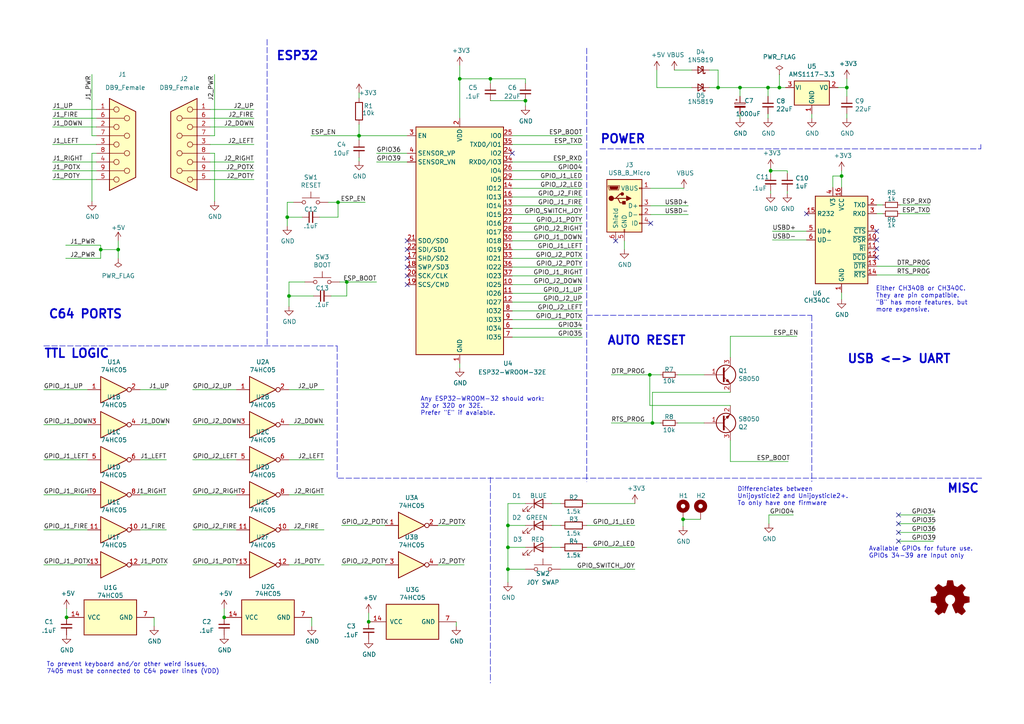
<source format=kicad_sch>
(kicad_sch (version 20211123) (generator eeschema)
  (paper "A4")
  (title_block (title "Unijoysticle 2+") (date "2022-01-02") (rev "H") (company "Retro Moe"))
  (lib_symbols
    (symbol "74xx:74LS05" (pin_names (offset 1.016))
      (property "Reference" "U" (at 0 1.27 0))
      (property "Value" "74LS05" (at 0 -1.27 0))
      (symbol "74LS05_1_0"
        (pin input line (at -7.62 0 0) (length 3.81) (name "~") (number "1"))
        (pin open_collector inverted (at 7.62 0 180) (length 3.81) (name "~") (number "2"))
      )
      (symbol "74LS05_2_0"
        (pin input line (at -7.62 0 0) (length 3.81) (name "~") (number "3"))
        (pin open_collector inverted (at 7.62 0 180) (length 3.81) (name "~") (number "4"))
      )
      (symbol "74LS05_3_0"
        (pin input line (at -7.62 0 0) (length 3.81) (name "~") (number "5"))
        (pin open_collector inverted (at 7.62 0 180) (length 3.81) (name "~") (number "6"))
      )
      (symbol "74LS05_4_0"
        (pin open_collector inverted (at 7.62 0 180) (length 3.81) (name "~") (number "8"))
        (pin input line (at -7.62 0 0) (length 3.81) (name "~") (number "9"))
      )
      (symbol "74LS05_5_0"
        (pin open_collector inverted (at 7.62 0 180) (length 3.81) (name "~") (number "10"))
        (pin input line (at -7.62 0 0) (length 3.81) (name "~") (number "11"))
      )
      (symbol "74LS05_6_0"
        (pin open_collector inverted (at 7.62 0 180) (length 3.81) (name "~") (number "12"))
        (pin input line (at -7.62 0 0) (length 3.81) (name "~") (number "13"))
      )
      (symbol "74LS05_7_0"
        (pin power_in line (at 0 12.7 270) (length 5.08) (name "VCC") (number "14"))
        (pin power_in line (at 0 -12.7 90) (length 5.08) (name "GND") (number "7"))
      )
    )
    (symbol "Connector:DB9_Female" (pin_names (offset 1.016) hide)
      (property "Reference" "J" (at 0 13.97 0))
      (property "Value" "DB9_Female" (at 0 -14.605 0))
      (symbol "DB9_Female_1_1"
        (pin passive line (at -7.62 10.16 0) (length 3.81) (name "1") (number "1"))
        (pin passive line (at -7.62 5.08 0) (length 3.81) (name "2") (number "2"))
        (pin passive line (at -7.62 0 0) (length 3.81) (name "3") (number "3"))
        (pin passive line (at -7.62 -5.08 0) (length 3.81) (name "4") (number "4"))
        (pin passive line (at -7.62 -10.16 0) (length 3.81) (name "5") (number "5"))
        (pin passive line (at -7.62 7.62 0) (length 3.81) (name "6") (number "6"))
        (pin passive line (at -7.62 2.54 0) (length 3.81) (name "7") (number "7"))
        (pin passive line (at -7.62 -2.54 0) (length 3.81) (name "8") (number "8"))
        (pin passive line (at -7.62 -7.62 0) (length 3.81) (name "9") (number "9"))
      )
    )
    (symbol "Connector:USB_B_Micro" (pin_names (offset 1.016))
      (property "Reference" "J" (at -5.08 11.43 0))
      (property "Value" "USB_B_Micro" (at -5.08 8.89 0))
      (symbol "USB_B_Micro_1_1"
        (pin power_out line (at 7.62 5.08 180) (length 2.54) (name "VBUS") (number "1"))
        (pin bidirectional line (at 7.62 -2.54 180) (length 2.54) (name "D-") (number "2"))
        (pin bidirectional line (at 7.62 0 180) (length 2.54) (name "D+") (number "3"))
        (pin passive line (at 7.62 -5.08 180) (length 2.54) (name "ID") (number "4"))
        (pin power_out line (at 0 -10.16 90) (length 2.54) (name "GND") (number "5"))
        (pin passive line (at -2.54 -10.16 90) (length 2.54) (name "Shield") (number "6"))
      )
    )
    (symbol "Device:C_Polarized_Small" (pin_numbers hide) (pin_names (offset 0.254) hide)
      (property "Reference" "C" (at 0.254 1.778 0))
      (property "Value" "C_Polarized_Small" (at 0.254 -2.032 0))
      (symbol "C_Polarized_Small_1_1"
        (pin passive line (at 0 2.54 270) (length 1.8542) (name "~") (number "1"))
        (pin passive line (at 0 -2.54 90) (length 1.8542) (name "~") (number "2"))
      )
    )
    (symbol "Device:C_Small" (pin_numbers hide) (pin_names (offset 0.254) hide)
      (property "Reference" "C" (at 0.254 1.778 0))
      (property "Value" "C_Small" (at 0.254 -2.032 0))
      (symbol "C_Small_1_1"
        (pin passive line (at 0 2.54 270) (length 2.032) (name "~") (number "1"))
        (pin passive line (at 0 -2.54 90) (length 2.032) (name "~") (number "2"))
      )
    )
    (symbol "Device:D_Schottky_Small" (pin_numbers hide) (pin_names (offset 0.254) hide)
      (property "Reference" "D" (at -1.27 2.032 0))
      (property "Value" "D_Schottky_Small" (at -7.112 -2.032 0))
      (symbol "D_Schottky_Small_1_1"
        (pin passive line (at -2.54 0 0) (length 1.778) (name "K") (number "1"))
        (pin passive line (at 2.54 0 180) (length 1.778) (name "A") (number "2"))
      )
    )
    (symbol "Device:LED" (pin_numbers hide) (pin_names (offset 1.016) hide)
      (property "Reference" "D" (at 0 2.54 0))
      (property "Value" "LED" (at 0 -2.54 0))
      (symbol "LED_1_1"
        (pin passive line (at -3.81 0 0) (length 2.54) (name "K") (number "1"))
        (pin passive line (at 3.81 0 180) (length 2.54) (name "A") (number "2"))
      )
    )
    (symbol "Device:Q_NPN_BEC" (pin_names (offset 0) hide)
      (property "Reference" "Q" (at 5.08 1.27 0))
      (property "Value" "Q_NPN_BEC" (at 5.08 -1.27 0))
      (symbol "Q_NPN_BEC_1_1"
        (pin input line (at -5.08 0 0) (length 5.715) (name "B") (number "1"))
        (pin passive line (at 2.54 -5.08 90) (length 2.54) (name "E") (number "2"))
        (pin passive line (at 2.54 5.08 270) (length 2.54) (name "C") (number "3"))
      )
    )
    (symbol "Device:R" (pin_numbers hide) (pin_names (offset 0))
      (property "Reference" "R" (at 2.032 0 90))
      (property "Value" "R" (at 0 0 90))
      (symbol "R_1_1"
        (pin passive line (at 0 3.81 270) (length 1.27) (name "~") (number "1"))
        (pin passive line (at 0 -3.81 90) (length 1.27) (name "~") (number "2"))
      )
    )
    (symbol "Device:R_Small" (pin_numbers hide) (pin_names (offset 0.254) hide)
      (property "Reference" "R" (at 0.762 0.508 0))
      (property "Value" "R_Small" (at 0.762 -1.016 0))
      (symbol "R_Small_1_1"
        (pin passive line (at 0 2.54 270) (length 0.762) (name "~") (number "1"))
        (pin passive line (at 0 -2.54 90) (length 0.762) (name "~") (number "2"))
      )
    )
    (symbol "Graphic:Logo_Open_Hardware_Small" (pin_names (offset 1.016)))
    (symbol "Interface_USB:CH340C"
      (property "Reference" "U" (at -5.08 13.97 0))
      (property "Value" "CH340C" (at 1.27 13.97 0))
      (symbol "CH340C_1_1"
        (pin power_in line (at 0 -15.24 90) (length 2.54) (name "GND") (number "1"))
        (pin input line (at 10.16 0 180) (length 2.54) (name "~{DSR}") (number "10"))
        (pin input line (at 10.16 -2.54 180) (length 2.54) (name "~{RI}") (number "11"))
        (pin input line (at 10.16 -5.08 180) (length 2.54) (name "~{DCD}") (number "12"))
        (pin output line (at 10.16 -7.62 180) (length 2.54) (name "~{DTR}") (number "13"))
        (pin output line (at 10.16 -10.16 180) (length 2.54) (name "~{RTS}") (number "14"))
        (pin input line (at -10.16 7.62 0) (length 2.54) (name "R232") (number "15"))
        (pin power_in line (at 0 15.24 270) (length 2.54) (name "VCC") (number "16"))
        (pin output line (at 10.16 10.16 180) (length 2.54) (name "TXD") (number "2"))
        (pin input line (at 10.16 7.62 180) (length 2.54) (name "RXD") (number "3"))
        (pin passive line (at -2.54 15.24 270) (length 2.54) (name "V3") (number "4"))
        (pin bidirectional line (at -10.16 2.54 0) (length 2.54) (name "UD+") (number "5"))
        (pin bidirectional line (at -10.16 0 0) (length 2.54) (name "UD-") (number "6"))
        (pin no_connect line (at -7.62 -7.62 0) (length 2.54) hide (name "NC") (number "7"))
        (pin no_connect line (at -7.62 -10.16 0) (length 2.54) hide (name "NC") (number "8"))
        (pin input line (at 10.16 2.54 180) (length 2.54) (name "~{CTS}") (number "9"))
      )
    )
    (symbol "Mechanical:MountingHole_Pad" (pin_numbers hide) (pin_names (offset 1.016) hide)
      (property "Reference" "H" (at 0 6.35 0))
      (property "Value" "MountingHole_Pad" (at 0 4.445 0))
      (symbol "MountingHole_Pad_1_1"
        (pin input line (at 0 -2.54 90) (length 2.54) (name "1") (number "1"))
      )
    )
    (symbol "RF_Module:ESP32-WROOM-32D"
      (property "Reference" "U" (at -12.7 34.29 0))
      (property "Value" "ESP32-WROOM-32D" (at 1.27 34.29 0))
      (symbol "ESP32-WROOM-32D_1_1"
        (pin power_in line (at 0 -35.56 90) (length 2.54) (name "GND") (number "1"))
        (pin bidirectional line (at 15.24 -12.7 180) (length 2.54) (name "IO25") (number "10"))
        (pin bidirectional line (at 15.24 -15.24 180) (length 2.54) (name "IO26") (number "11"))
        (pin bidirectional line (at 15.24 -17.78 180) (length 2.54) (name "IO27") (number "12"))
        (pin bidirectional line (at 15.24 10.16 180) (length 2.54) (name "IO14") (number "13"))
        (pin bidirectional line (at 15.24 15.24 180) (length 2.54) (name "IO12") (number "14"))
        (pin passive line (at 0 -35.56 90) (length 2.54) hide (name "GND") (number "15"))
        (pin bidirectional line (at 15.24 12.7 180) (length 2.54) (name "IO13") (number "16"))
        (pin bidirectional line (at -15.24 -5.08 0) (length 2.54) (name "SHD/SD2") (number "17"))
        (pin bidirectional line (at -15.24 -7.62 0) (length 2.54) (name "SWP/SD3") (number "18"))
        (pin bidirectional line (at -15.24 -12.7 0) (length 2.54) (name "SCS/CMD") (number "19"))
        (pin power_in line (at 0 35.56 270) (length 2.54) (name "VDD") (number "2"))
        (pin bidirectional line (at -15.24 -10.16 0) (length 2.54) (name "SCK/CLK") (number "20"))
        (pin bidirectional line (at -15.24 0 0) (length 2.54) (name "SDO/SD0") (number "21"))
        (pin bidirectional line (at -15.24 -2.54 0) (length 2.54) (name "SDI/SD1") (number "22"))
        (pin bidirectional line (at 15.24 7.62 180) (length 2.54) (name "IO15") (number "23"))
        (pin bidirectional line (at 15.24 25.4 180) (length 2.54) (name "IO2") (number "24"))
        (pin bidirectional line (at 15.24 30.48 180) (length 2.54) (name "IO0") (number "25"))
        (pin bidirectional line (at 15.24 20.32 180) (length 2.54) (name "IO4") (number "26"))
        (pin bidirectional line (at 15.24 5.08 180) (length 2.54) (name "IO16") (number "27"))
        (pin bidirectional line (at 15.24 2.54 180) (length 2.54) (name "IO17") (number "28"))
        (pin bidirectional line (at 15.24 17.78 180) (length 2.54) (name "IO5") (number "29"))
        (pin input line (at -15.24 30.48 0) (length 2.54) (name "EN") (number "3"))
        (pin bidirectional line (at 15.24 0 180) (length 2.54) (name "IO18") (number "30"))
        (pin bidirectional line (at 15.24 -2.54 180) (length 2.54) (name "IO19") (number "31"))
        (pin no_connect line (at -12.7 -27.94 0) (length 2.54) hide (name "NC") (number "32"))
        (pin bidirectional line (at 15.24 -5.08 180) (length 2.54) (name "IO21") (number "33"))
        (pin bidirectional line (at 15.24 22.86 180) (length 2.54) (name "RXD0/IO3") (number "34"))
        (pin bidirectional line (at 15.24 27.94 180) (length 2.54) (name "TXD0/IO1") (number "35"))
        (pin bidirectional line (at 15.24 -7.62 180) (length 2.54) (name "IO22") (number "36"))
        (pin bidirectional line (at 15.24 -10.16 180) (length 2.54) (name "IO23") (number "37"))
        (pin passive line (at 0 -35.56 90) (length 2.54) hide (name "GND") (number "38"))
        (pin passive line (at 0 -35.56 90) (length 2.54) hide (name "GND") (number "39"))
        (pin input line (at -15.24 25.4 0) (length 2.54) (name "SENSOR_VP") (number "4"))
        (pin input line (at -15.24 22.86 0) (length 2.54) (name "SENSOR_VN") (number "5"))
        (pin input line (at 15.24 -25.4 180) (length 2.54) (name "IO34") (number "6"))
        (pin input line (at 15.24 -27.94 180) (length 2.54) (name "IO35") (number "7"))
        (pin bidirectional line (at 15.24 -20.32 180) (length 2.54) (name "IO32") (number "8"))
        (pin bidirectional line (at 15.24 -22.86 180) (length 2.54) (name "IO33") (number "9"))
      )
    )
    (symbol "Regulator_Linear:AMS1117-3.3" (pin_names (offset 0.254))
      (property "Reference" "U" (at -3.81 3.175 0))
      (property "Value" "AMS1117-3.3" (at 0 3.175 0))
      (symbol "AMS1117-3.3_1_1"
        (pin power_in line (at 0 -7.62 90) (length 2.54) (name "GND") (number "1"))
        (pin power_out line (at 7.62 0 180) (length 2.54) (name "VO") (number "2"))
        (pin power_in line (at -7.62 0 0) (length 2.54) (name "VI") (number "3"))
      )
    )
    (symbol "Switch:SW_Push" (pin_numbers hide) (pin_names (offset 1.016) hide)
      (property "Reference" "SW" (at 1.27 2.54 0))
      (property "Value" "SW_Push" (at 0 -1.524 0))
      (symbol "SW_Push_0_1"
        (pin passive line (at -5.08 0 0) (length 2.54) (name "1") (number "1"))
        (pin passive line (at 5.08 0 180) (length 2.54) (name "2") (number "2"))
      )
    )
    (symbol "power:+3V3" (power) (pin_names (offset 0))
      (property "Value" "+3V3" (at 0 3.556 0))
      (symbol "+3V3_1_1"
        (pin power_in line (at 0 0 90) (length 0) hide (name "+3V3") (number "1"))
      )
    )
    (symbol "power:+5V" (power) (pin_names (offset 0))
      (property "Value" "+5V" (at 0 3.556 0))
      (symbol "+5V_1_1"
        (pin power_in line (at 0 0 90) (length 0) hide (name "+5V") (number "1"))
      )
    )
    (symbol "power:GND" (power) (pin_names (offset 0))
      (property "Value" "GND" (at 0 -3.81 0))
      (symbol "GND_1_1"
        (pin power_in line (at 0 0 270) (length 0) hide (name "GND") (number "1"))
      )
    )
    (symbol "power:PWR_FLAG" (power) (pin_numbers hide) (pin_names (offset 0) hide)
      (property "Value" "PWR_FLAG" (at 0 3.81 0))
      (symbol "PWR_FLAG_0_0"
        (pin power_out line (at 0 0 90) (length 0) (name "pwr") (number "1"))
      )
    )
    (symbol "power:VBUS" (power) (pin_names (offset 0))
      (property "Value" "VBUS" (at 0 3.81 0))
      (symbol "VBUS_1_1"
        (pin power_in line (at 0 0 90) (length 0) hide (name "VBUS") (number "1"))
      )
    )
  )
  (junction (at 214.63 25.4))
  (junction (at 98.044 58.674))
  (junction (at 245.618 25.4))
  (junction (at 104.14 39.37))
  (junction (at 147.32 158.75))
  (junction (at 198.12 150.622))
  (junction (at 83.82 85.852))
  (junction (at 19.304 179.07))
  (junction (at 65.024 179.07))
  (junction (at 133.35 22.86))
  (junction (at 29.21 72.39))
  (junction (at 34.29 72.39))
  (junction (at 147.32 152.4))
  (junction (at 208.28 25.4))
  (junction (at 106.934 180.34))
  (junction (at 152.4 29.21))
  (junction (at 244.094 51.054))
  (junction (at 223.52 49.53))
  (junction (at 188.468 108.712))
  (junction (at 83.312 62.992))
  (junction (at 222.758 25.4))
  (junction (at 147.32 165.1))
  (junction (at 189.23 122.682))
  (junction (at 226.06 25.4))
  (junction (at 142.24 22.86))
  (junction (at 100.584 81.788))
  (no_connect (at 260.604 156.972))
  (no_connect (at 118.11 80.01))
  (no_connect (at 260.604 154.432))
  (no_connect (at 118.11 77.47))
  (no_connect (at 254.254 74.676))
  (no_connect (at 254.254 69.596))
  (no_connect (at 118.11 82.55))
  (no_connect (at 118.11 69.85))
  (no_connect (at 188.722 64.77))
  (no_connect (at 118.11 74.93))
  (no_connect (at 260.604 149.352))
  (no_connect (at 254.254 67.056))
  (no_connect (at 233.934 61.976))
  (no_connect (at 118.11 72.39))
  (no_connect (at 254.254 72.136))
  (no_connect (at 260.604 151.892))
  (no_connect (at 148.59 44.45))
  (no_connect (at 178.562 69.85))
  (wire (pts (xy 104.14 39.37) (xy 90.17 39.37)))
  (wire (pts (xy 104.14 39.37) (xy 104.14 40.64)))
  (wire (pts (xy 235.458 33.02) (xy 235.458 34.29)))
  (wire (pts (xy 27.94 36.83) (xy 15.24 36.83)))
  (wire (pts (xy 211.836 127.762) (xy 211.836 133.858)))
  (wire (pts (xy 60.96 52.07) (xy 73.66 52.07)))
  (wire (pts (xy 233.934 69.596) (xy 224.028 69.596)))
  (wire (pts (xy 83.82 133.35) (xy 93.98 133.35)))
  (wire (pts (xy 196.596 108.712) (xy 204.216 108.712)))
  (wire (pts (xy 190.5 25.4) (xy 190.5 20.32)))
  (wire (pts (xy 98.044 62.992) (xy 92.71 62.992)))
  (wire (pts (xy 100.584 81.788) (xy 109.22 81.788)))
  (wire (pts (xy 104.14 28.448) (xy 104.14 26.924)))
  (wire (pts (xy 148.59 54.61) (xy 168.91 54.61)))
  (wire (pts (xy 188.468 108.712) (xy 191.516 108.712)))
  (wire (pts (xy 147.32 152.4) (xy 147.32 158.75)))
  (wire (pts (xy 148.59 77.47) (xy 168.91 77.47)))
  (wire (pts (xy 142.24 29.21) (xy 152.4 29.21)))
  (wire (pts (xy 148.59 46.99) (xy 168.91 46.99)))
  (wire (pts (xy 148.59 97.79) (xy 168.91 97.79)))
  (wire (pts (xy 148.59 62.23) (xy 168.91 62.23)))
  (wire (pts (xy 27.94 31.75) (xy 15.24 31.75)))
  (wire (pts (xy 148.59 49.53) (xy 168.91 49.53)))
  (wire (pts (xy 147.32 158.75) (xy 147.32 165.1)))
  (wire (pts (xy 245.618 33.02) (xy 245.618 34.29)))
  (wire (pts (xy 222.758 25.4) (xy 226.06 25.4)))
  (wire (pts (xy 104.14 39.37) (xy 118.11 39.37)))
  (wire (pts (xy 214.63 33.02) (xy 214.63 34.29)))
  (wire (pts (xy 60.96 39.37) (xy 62.23 39.37)))
  (wire (pts (xy 29.21 72.39) (xy 29.21 74.93)))
  (wire (pts (xy 118.11 44.45) (xy 109.22 44.45)))
  (wire (pts (xy 60.96 31.75) (xy 73.66 31.75)))
  (wire (pts (xy 181.102 69.85) (xy 181.102 72.39)))
  (wire (pts (xy 233.934 67.056) (xy 224.028 67.056)))
  (wire (pts (xy 152.4 152.4) (xy 147.32 152.4)))
  (wire (pts (xy 160.02 152.4) (xy 162.56 152.4)))
  (wire (pts (xy 40.64 143.51) (xy 48.26 143.51)))
  (wire (pts (xy 170.18 152.4) (xy 184.15 152.4)))
  (wire (pts (xy 148.59 64.77) (xy 168.91 64.77)))
  (wire (pts (xy 214.63 25.4) (xy 214.63 27.94)))
  (wire (pts (xy 260.604 156.972) (xy 270.764 156.972)))
  (wire (pts (xy 148.59 72.39) (xy 168.91 72.39)))
  (polyline (pts (xy 77.47 11.43) (xy 77.47 100.33)))
  (wire (pts (xy 245.618 25.4) (xy 245.618 27.94)))
  (wire (pts (xy 260.604 149.352) (xy 270.764 149.352)))
  (wire (pts (xy 25.4 113.03) (xy 12.7 113.03)))
  (wire (pts (xy 170.18 146.05) (xy 184.15 146.05)))
  (wire (pts (xy 148.59 80.01) (xy 168.91 80.01)))
  (wire (pts (xy 106.934 180.34) (xy 106.934 177.8)))
  (wire (pts (xy 62.23 44.45) (xy 62.23 58.42)))
  (wire (pts (xy 27.94 52.07) (xy 15.24 52.07)))
  (wire (pts (xy 189.23 122.682) (xy 189.23 113.792)))
  (wire (pts (xy 222.758 27.94) (xy 222.758 25.4)))
  (wire (pts (xy 142.24 24.13) (xy 142.24 22.86)))
  (wire (pts (xy 147.32 158.75) (xy 152.4 158.75)))
  (wire (pts (xy 245.618 25.4) (xy 243.078 25.4)))
  (wire (pts (xy 260.604 151.892) (xy 270.764 151.892)))
  (wire (pts (xy 148.59 95.25) (xy 168.91 95.25)))
  (wire (pts (xy 68.58 133.35) (xy 55.88 133.35)))
  (wire (pts (xy 148.59 67.31) (xy 168.91 67.31)))
  (wire (pts (xy 65.024 179.07) (xy 65.024 176.53)))
  (wire (pts (xy 160.02 146.05) (xy 162.56 146.05)))
  (wire (pts (xy 188.468 108.712) (xy 188.468 117.602)))
  (wire (pts (xy 87.63 62.992) (xy 83.312 62.992)))
  (wire (pts (xy 83.82 113.03) (xy 93.98 113.03)))
  (wire (pts (xy 147.32 165.1) (xy 147.32 168.91)))
  (wire (pts (xy 19.304 179.07) (xy 19.304 176.53)))
  (polyline (pts (xy 98.044 138.684) (xy 284.734 138.684)))
  (wire (pts (xy 223.012 149.352) (xy 230.124 149.352)))
  (wire (pts (xy 83.312 58.674) (xy 83.312 62.992)))
  (wire (pts (xy 188.722 54.61) (xy 198.374 54.61)))
  (wire (pts (xy 95.25 58.674) (xy 98.044 58.674)))
  (wire (pts (xy 188.722 62.23) (xy 199.644 62.23)))
  (wire (pts (xy 100.584 85.852) (xy 96.012 85.852)))
  (wire (pts (xy 132.334 180.34) (xy 132.334 181.61)))
  (wire (pts (xy 90.424 179.07) (xy 90.424 181.61)))
  (wire (pts (xy 223.52 49.53) (xy 228.346 49.53)))
  (wire (pts (xy 254.254 61.976) (xy 256.032 61.976)))
  (wire (pts (xy 12.7 163.83) (xy 25.4 163.83)))
  (wire (pts (xy 188.722 59.69) (xy 199.644 59.69)))
  (wire (pts (xy 222.758 33.02) (xy 222.758 34.29)))
  (wire (pts (xy 26.67 21.59) (xy 26.67 39.37)))
  (wire (pts (xy 83.82 81.788) (xy 83.82 85.852)))
  (wire (pts (xy 148.59 57.15) (xy 168.91 57.15)))
  (wire (pts (xy 208.28 20.32) (xy 208.28 25.4)))
  (polyline (pts (xy 170.18 91.44) (xy 235.458 91.44)))
  (wire (pts (xy 177.292 122.682) (xy 189.23 122.682)))
  (wire (pts (xy 148.59 39.37) (xy 168.91 39.37)))
  (wire (pts (xy 85.09 58.674) (xy 83.312 58.674)))
  (wire (pts (xy 83.312 62.992) (xy 83.312 65.532)))
  (wire (pts (xy 148.59 52.07) (xy 168.91 52.07)))
  (wire (pts (xy 83.82 153.67) (xy 93.98 153.67)))
  (wire (pts (xy 211.836 133.858) (xy 228.6 133.858)))
  (wire (pts (xy 99.06 163.83) (xy 111.76 163.83)))
  (wire (pts (xy 228.346 49.53) (xy 228.346 50.292)))
  (wire (pts (xy 148.59 59.69) (xy 168.91 59.69)))
  (wire (pts (xy 211.836 97.536) (xy 231.14 97.536)))
  (wire (pts (xy 198.12 150.622) (xy 198.12 152.654)))
  (wire (pts (xy 25.4 123.19) (xy 12.7 123.19)))
  (wire (pts (xy 196.596 122.682) (xy 204.216 122.682)))
  (wire (pts (xy 68.58 153.67) (xy 55.88 153.67)))
  (wire (pts (xy 118.11 46.99) (xy 109.22 46.99)))
  (wire (pts (xy 208.28 25.4) (xy 214.63 25.4)))
  (wire (pts (xy 127 163.83) (xy 134.62 163.83)))
  (wire (pts (xy 203.2 150.622) (xy 198.12 150.622)))
  (wire (pts (xy 68.58 113.03) (xy 55.88 113.03)))
  (wire (pts (xy 261.112 59.436) (xy 269.748 59.436)))
  (wire (pts (xy 160.02 158.75) (xy 162.56 158.75)))
  (wire (pts (xy 62.23 21.59) (xy 62.23 39.37)))
  (wire (pts (xy 34.29 69.85) (xy 34.29 72.39)))
  (wire (pts (xy 26.67 44.45) (xy 26.67 58.42)))
  (wire (pts (xy 98.044 58.674) (xy 98.044 62.992)))
  (wire (pts (xy 261.112 61.976) (xy 269.748 61.976)))
  (wire (pts (xy 254.254 79.756) (xy 269.24 79.756)))
  (wire (pts (xy 133.35 105.41) (xy 133.35 106.68)))
  (polyline (pts (xy 97.79 100.33) (xy 97.79 138.43)))
  (wire (pts (xy 104.14 45.72) (xy 104.14 46.736)))
  (wire (pts (xy 25.4 143.51) (xy 12.7 143.51)))
  (wire (pts (xy 19.05 71.12) (xy 29.21 71.12)))
  (wire (pts (xy 27.94 41.91) (xy 15.24 41.91)))
  (wire (pts (xy 162.56 165.1) (xy 184.15 165.1)))
  (wire (pts (xy 83.82 123.19) (xy 93.98 123.19)))
  (wire (pts (xy 245.618 22.86) (xy 245.618 25.4)))
  (wire (pts (xy 223.012 149.352) (xy 223.012 151.892)))
  (wire (pts (xy 244.094 51.054) (xy 244.094 49.53)))
  (wire (pts (xy 111.76 152.4) (xy 99.06 152.4)))
  (wire (pts (xy 152.4 24.13) (xy 152.4 22.86)))
  (wire (pts (xy 60.96 41.91) (xy 73.66 41.91)))
  (wire (pts (xy 133.35 22.86) (xy 133.35 34.29)))
  (wire (pts (xy 244.094 51.054) (xy 244.094 54.356)))
  (wire (pts (xy 211.836 103.632) (xy 211.836 97.536)))
  (wire (pts (xy 260.604 154.432) (xy 270.764 154.432)))
  (wire (pts (xy 223.52 56.134) (xy 223.52 55.372)))
  (wire (pts (xy 40.64 133.35) (xy 48.26 133.35)))
  (wire (pts (xy 189.23 122.682) (xy 191.516 122.682)))
  (wire (pts (xy 68.58 143.51) (xy 55.88 143.51)))
  (wire (pts (xy 29.21 72.39) (xy 34.29 72.39)))
  (wire (pts (xy 40.64 123.19) (xy 48.26 123.19)))
  (wire (pts (xy 88.392 81.788) (xy 83.82 81.788)))
  (wire (pts (xy 60.96 49.53) (xy 73.66 49.53)))
  (wire (pts (xy 19.05 74.93) (xy 29.21 74.93)))
  (wire (pts (xy 214.63 25.4) (xy 222.758 25.4)))
  (wire (pts (xy 223.52 48.768) (xy 223.52 49.53)))
  (wire (pts (xy 190.5 25.4) (xy 200.66 25.4)))
  (wire (pts (xy 147.32 146.05) (xy 147.32 152.4)))
  (wire (pts (xy 60.96 36.83) (xy 73.66 36.83)))
  (wire (pts (xy 148.59 41.91) (xy 168.91 41.91)))
  (wire (pts (xy 60.96 44.45) (xy 62.23 44.45)))
  (wire (pts (xy 152.4 146.05) (xy 147.32 146.05)))
  (wire (pts (xy 254.254 59.436) (xy 256.032 59.436)))
  (wire (pts (xy 83.82 163.83) (xy 93.98 163.83)))
  (wire (pts (xy 205.74 25.4) (xy 208.28 25.4)))
  (wire (pts (xy 148.59 82.55) (xy 168.91 82.55)))
  (wire (pts (xy 40.64 163.83) (xy 48.26 163.83)))
  (wire (pts (xy 189.23 113.792) (xy 211.836 113.792)))
  (wire (pts (xy 104.14 36.068) (xy 104.14 39.37)))
  (wire (pts (xy 200.66 20.32) (xy 195.58 20.32)))
  (wire (pts (xy 34.29 72.39) (xy 34.29 74.93)))
  (wire (pts (xy 60.96 34.29) (xy 73.66 34.29)))
  (wire (pts (xy 44.704 179.07) (xy 44.704 181.61)))
  (wire (pts (xy 254.254 77.216) (xy 269.24 77.216)))
  (wire (pts (xy 25.4 153.67) (xy 12.7 153.67)))
  (wire (pts (xy 83.82 85.852) (xy 83.82 88.9)))
  (wire (pts (xy 40.64 153.67) (xy 48.26 153.67)))
  (wire (pts (xy 244.094 84.836) (xy 244.094 86.868)))
  (wire (pts (xy 148.59 87.63) (xy 168.91 87.63)))
  (polyline (pts (xy 284.48 43.18) (xy 284.48 41.91)))
  (polyline (pts (xy 142.24 138.43) (xy 142.24 198.12)))
  (wire (pts (xy 68.58 123.19) (xy 55.88 123.19)))
  (polyline (pts (xy 12.7 100.33) (xy 97.79 100.33)))
  (wire (pts (xy 127 152.4) (xy 134.62 152.4)))
  (wire (pts (xy 98.552 81.788) (xy 100.584 81.788)))
  (wire (pts (xy 133.35 22.86) (xy 142.24 22.86)))
  (wire (pts (xy 142.24 22.86) (xy 152.4 22.86)))
  (wire (pts (xy 228.346 55.372) (xy 228.346 56.134)))
  (wire (pts (xy 226.06 25.4) (xy 227.838 25.4)))
  (wire (pts (xy 133.35 19.05) (xy 133.35 22.86)))
  (wire (pts (xy 27.94 49.53) (xy 15.24 49.53)))
  (wire (pts (xy 148.59 69.85) (xy 168.91 69.85)))
  (wire (pts (xy 90.932 85.852) (xy 83.82 85.852)))
  (wire (pts (xy 147.32 165.1) (xy 152.4 165.1)))
  (wire (pts (xy 170.18 158.75) (xy 184.15 158.75)))
  (polyline (pts (xy 235.458 91.44) (xy 235.458 139.7)))
  (wire (pts (xy 27.94 39.37) (xy 26.67 39.37)))
  (wire (pts (xy 27.94 46.99) (xy 15.24 46.99)))
  (wire (pts (xy 177.292 108.712) (xy 188.468 108.712)))
  (wire (pts (xy 27.94 34.29) (xy 15.24 34.29)))
  (wire (pts (xy 241.554 54.356) (xy 241.554 51.054)))
  (polyline (pts (xy 170.18 13.97) (xy 170.18 139.7)))
  (wire (pts (xy 60.96 46.99) (xy 73.66 46.99)))
  (wire (pts (xy 223.52 49.53) (xy 223.52 50.292)))
  (wire (pts (xy 29.21 71.12) (xy 29.21 72.39)))
  (wire (pts (xy 148.59 90.17) (xy 168.91 90.17)))
  (wire (pts (xy 148.59 85.09) (xy 168.91 85.09)))
  (wire (pts (xy 241.554 51.054) (xy 244.094 51.054)))
  (wire (pts (xy 205.74 20.32) (xy 208.28 20.32)))
  (wire (pts (xy 55.88 163.83) (xy 68.58 163.83)))
  (wire (pts (xy 226.06 21.59) (xy 226.06 25.4)))
  (polyline (pts (xy 173.99 43.18) (xy 284.48 43.18)))
  (wire (pts (xy 148.59 92.71) (xy 168.91 92.71)))
  (wire (pts (xy 211.836 117.602) (xy 188.468 117.602)))
  (wire (pts (xy 27.94 44.45) (xy 26.67 44.45)))
  (wire (pts (xy 40.64 113.03) (xy 48.26 113.03)))
  (wire (pts (xy 25.4 133.35) (xy 12.7 133.35)))
  (wire (pts (xy 98.044 58.674) (xy 105.918 58.674)))
  (wire (pts (xy 152.4 29.21) (xy 152.4 30.734)))
  (wire (pts (xy 83.82 143.51) (xy 93.98 143.51)))
  (wire (pts (xy 148.59 74.93) (xy 168.91 74.93)))
  (wire (pts (xy 100.584 81.788) (xy 100.584 85.852)))
  (text "ESP32" (at 80.01 17.78 0) (effects (font (size 2.4892 2.4892) (thickness 0.4978) bold) (justify left bottom)))
  (text "Either CH340B or CH340C.\nThey are pin compatible.\n\"B\" has more features, but\nmore expensive." (at 254 90.678 0) (effects (font (size 1.27 1.27)) (justify left bottom)))
  (text "MISC" (at 274.574 143.256 0) (effects (font (size 2.4892 2.4892) (thickness 0.4978) bold) (justify left bottom)))
  (text "Any ESP32-WROOM-32 should work:\n32 or 32D or 32E.\nPrefer \"E\" if avaiable." (at 121.92 120.65 0) (effects (font (size 1.27 1.27)) (justify left bottom)))
  (text "To prevent keyboard and/or other weird issues,\n7405 must be connected to C64 power lines (VDD)" (at 13.462 195.58 0) (effects (font (size 1.27 1.27)) (justify left bottom)))
  (text "C64 PORTS" (at 13.97 92.71 0) (effects (font (size 2.4892 2.4892) (thickness 0.4978) bold) (justify left bottom)))
  (text "Differenciates between\nUnijoysticle2 and Unijoysticle2+.\nTo only have one firmware" (at 213.868 146.812 0) (effects (font (size 1.27 1.27)) (justify left bottom)))
  (text "TTL LOGIC" (at 12.7 104.14 0) (effects (font (size 2.4892 2.4892) (thickness 0.4978) bold) (justify left bottom)))
  (text "USB <-> UART" (at 245.618 105.664 0) (effects (font (size 2.4892 2.4892) (thickness 0.4978) bold) (justify left bottom)))
  (text "AUTO RESET" (at 176.022 100.33 0) (effects (font (size 2.4892 2.4892) (thickness 0.4978) bold) (justify left bottom)))
  (text "Available GPIOs for future use.\nGPIOs 34-39 are Input only" (at 251.968 162.052 0) (effects (font (size 1.27 1.27)) (justify left bottom)))
  (text "POWER" (at 173.99 41.91 0) (effects (font (size 2.4892 2.4892) (thickness 0.4978) bold) (justify left bottom)))
  (label "GPIO_J2_DOWN" (at 55.88 123.19 0))
  (label "GPIO_J1_DOWN" (at 168.91 69.85 180))
  (label "DTR_PROG" (at 177.292 108.712 0))
  (label "J2_UP" (at 86.36 113.03 0))
  (label "ESP_BOOT" (at 109.22 81.788 180))
  (label "ESP_TXD" (at 261.62 61.976 0))
  (label "GPIO_J1_LEFT" (at 168.91 72.39 180))
  (label "GPIO_J2_UP" (at 55.88 113.03 0))
  (label "GPIO_J2_UP" (at 168.91 87.63 180))
  (label "GPIO_J1_UP" (at 168.91 85.09 180))
  (label "ESP_RXD" (at 261.62 59.436 0))
  (label "J2_POTY" (at 73.66 52.07 180))
  (label "RTS_PROG" (at 260.096 79.756 0))
  (label "GPIO_J2_LED" (at 184.15 158.75 180))
  (label "J1_RIGHT" (at 48.26 143.51 180))
  (label "J1_PWR" (at 26.67 29.21 90))
  (label "J2_RIGHT" (at 73.66 46.99 180))
  (label "GPIO_J1_LEFT" (at 12.7 133.35 0))
  (label "GPIO_J1_LED" (at 168.91 52.07 180))
  (label "GPIO_J2_FIRE" (at 168.91 57.15 180))
  (label "GPIO_J2_DOWN" (at 168.91 82.55 180))
  (label "J2_RIGHT" (at 93.98 143.51 180))
  (label "J1_FIRE" (at 40.64 153.67 0))
  (label "GPIO_J1_POTY" (at 168.91 64.77 180))
  (label "USBD-" (at 199.644 62.23 180))
  (label "GPIO39" (at 264.414 156.972 0))
  (label "J2_LEFT" (at 73.66 41.91 180))
  (label "ESP_BOOT" (at 168.91 39.37 180))
  (label "GPIO_J1_POTX" (at 12.7 163.83 0))
  (label "GPIO_J2_POTX" (at 168.91 74.93 180))
  (label "J1_UP" (at 43.18 113.03 0))
  (label "RTS_PROG" (at 177.292 122.682 0))
  (label "J1_LEFT" (at 15.24 41.91 0))
  (label "GPIO_J1_LED" (at 184.15 152.4 180))
  (label "GPIO34" (at 168.91 95.25 180))
  (label "J1_DOWN" (at 15.24 36.83 0))
  (label "USBD+" (at 224.028 67.056 0))
  (label "J1_POTY" (at 15.24 52.07 0))
  (label "GPIO_J1_DOWN" (at 12.7 123.19 0))
  (label "J1_DOWN" (at 40.64 123.19 0))
  (label "J1_POTX" (at 15.24 49.53 0))
  (label "GPIO_J1_RIGHT" (at 12.7 143.51 0))
  (label "GPIO_SWITCH_JOY" (at 184.15 165.1 180))
  (label "GPIO04" (at 223.266 149.352 0))
  (label "GPIO36" (at 109.22 44.45 0))
  (label "J1_RIGHT" (at 15.24 46.99 0))
  (label "J1_UP" (at 15.24 31.75 0))
  (label "ESP_EN" (at 90.17 39.37 0))
  (label "ESP_TXD" (at 168.91 41.91 180))
  (label "J2_DOWN" (at 73.66 36.83 180))
  (label "ESP_EN" (at 98.806 58.674 0))
  (label "GPIO_J2_LEFT" (at 168.91 90.17 180))
  (label "GPIO_J2_POTX" (at 99.06 152.4 0))
  (label "GPIO_J2_POTY" (at 99.06 163.83 0))
  (label "J2_LEFT" (at 93.98 133.35 180))
  (label "GPIO_J2_POTY" (at 168.91 77.47 180))
  (label "GPIO39" (at 109.22 46.99 0))
  (label "GPIO_J1_POTY" (at 55.88 163.83 0))
  (label "GPIO_J2_LED" (at 168.91 54.61 180))
  (label "ESP_BOOT" (at 219.456 133.858 0))
  (label "J1_FIRE" (at 15.24 34.29 0))
  (label "GPIO04" (at 168.91 49.53 180))
  (label "GPIO_J2_RIGHT" (at 55.88 143.51 0))
  (label "J2_FIRE" (at 73.66 34.29 180))
  (label "GPIO_SWITCH_JOY" (at 168.91 62.23 180))
  (label "J2_POTX" (at 127 152.4 0))
  (label "GPIO35" (at 168.91 97.79 180))
  (label "GPIO_J2_LEFT" (at 55.88 133.35 0))
  (label "J1_POTY" (at 85.09 163.83 0))
  (label "GPIO_J1_FIRE" (at 168.91 59.69 180))
  (label "ESP_RXD" (at 168.91 46.99 180))
  (label "J2_POTX" (at 73.66 49.53 180))
  (label "USBD-" (at 224.028 69.596 0))
  (label "GPIO_J1_UP" (at 12.7 113.03 0))
  (label "GPIO34" (at 264.414 149.352 0))
  (label "GPIO36" (at 264.414 154.432 0))
  (label "GPIO_J1_FIRE" (at 12.7 153.67 0))
  (label "J2_DOWN" (at 85.09 123.19 0))
  (label "ESP_EN" (at 224.282 97.536 0))
  (label "J2_PWR" (at 20.32 74.93 0))
  (label "DTR_PROG" (at 260.096 77.216 0))
  (label "GPIO_J2_FIRE" (at 55.88 153.67 0))
  (label "USBD+" (at 199.644 59.69 180))
  (label "GPIO35" (at 264.414 151.892 0))
  (label "J1_PWR" (at 20.32 71.12 0))
  (label "J1_POTX" (at 40.64 163.83 0))
  (label "GPIO_J2_RIGHT" (at 168.91 67.31 180))
  (label "GPIO_J1_POTX" (at 168.91 92.71 180))
  (label "J2_UP" (at 73.66 31.75 180))
  (label "J2_POTY" (at 127 163.83 0))
  (label "J2_PWR" (at 62.23 29.21 90))
  (label "J1_LEFT" (at 48.26 133.35 180))
  (label "J2_FIRE" (at 85.09 153.67 0))
  (label "GPIO_J1_RIGHT" (at 168.91 80.01 180))
  (symbol (lib_id "RF_Module:ESP32-WROOM-32D") (at 133.35 69.85 0) (unit 1)
    (property "Reference" "U4" (at 147.32 105.41 0))
    (property "Value" "ESP32-WROOM-32E" (at 148.59 107.95 0))
    (property "Footprint" "RF_Module:ESP32-WROOM-32" (effects hide))
    (property "Datasheet" "https://www.espressif.com/sites/default/files/documentation/esp32-wroom-32d_esp32-wroom-32u_datasheet_en.pdf" (effects hide))
    (property "LCSC" "C701341" (effects hide))
  )
  (symbol (lib_id "power:GND") (at 133.35 106.68 0) (unit 1)
    (property "Reference" "#PWR016" (effects hide))
    (property "Value" "GND" (at 133.477 111.0742 0))
  )
  (symbol (lib_id "Device:R") (at 104.14 32.258 180) (unit 1)
    (property "Reference" "R1" (at 108.204 30.734 0) (effects (justify left)))
    (property "Value" "10k" (at 108.712 32.766 0) (effects (justify left)))
    (property "Footprint" "Resistor_SMD:R_0805_2012Metric_Pad1.20x1.40mm_HandSolder" (effects hide))
    (property "LCSC" "C17414" (effects hide))
  )
  (symbol (lib_id "power:+3V3") (at 104.14 26.924 0) (unit 1)
    (property "Reference" "#PWR013" (effects hide))
    (property "Value" "+3V3" (at 106.68 26.924 0))
  )
  (symbol (lib_id "power:GND") (at 104.14 46.736 0) (unit 1)
    (property "Reference" "#PWR010" (effects hide))
    (property "Value" "GND" (at 104.267 51.1302 0))
  )
  (symbol (lib_id "power:+3V3") (at 133.35 19.05 0) (unit 1)
    (property "Reference" "#PWR015" (effects hide))
    (property "Value" "+3V3" (at 133.731 14.6558 0))
  )
  (symbol (lib_id "Switch:SW_Push") (at 90.17 58.674 0) (unit 1)
    (property "Reference" "SW1" (at 90.17 51.435 0))
    (property "Value" "RESET" (at 90.17 53.7464 0))
    (property "Footprint" "Button_Switch_THT:SW_Tactile_SPST_Angled_PTS645Vx39-2LFS" (effects hide))
  )
  (symbol (lib_id "power:GND") (at 83.312 65.532 0) (unit 1)
    (property "Reference" "#PWR09" (effects hide))
    (property "Value" "GND" (at 83.439 69.9262 0))
  )
  (symbol (lib_id "power:GND") (at 90.424 181.61 0) (unit 1)
    (property "Reference" "#PWR08" (effects hide))
    (property "Value" "GND" (at 90.551 186.0042 0))
  )
  (symbol (lib_id "power:GND") (at 44.704 181.61 0) (unit 1)
    (property "Reference" "#PWR04" (effects hide))
    (property "Value" "GND" (at 44.831 186.0042 0))
  )
  (symbol (lib_id "Connector:DB9_Female") (at 35.56 41.91 0) (unit 1)
    (property "Reference" "J1" (at 34.29 21.59 0) (effects (justify left)))
    (property "Value" "DB9_Female" (at 30.48 25.4 0) (effects (justify left)))
    (property "Footprint" "Connector_Dsub:DSUB-9_Female_Horizontal_P2.77x2.54mm_EdgePinOffset9.40mm" (effects hide))
    (property "Datasheet" " ~" (effects hide))
  )
  (symbol (lib_id "Connector:DB9_Female") (at 53.34 41.91 0) (mirror y) (unit 1)
    (property "Reference" "J2" (at 53.34 22.86 0))
    (property "Value" "DB9_Female" (at 52.07 25.4 0))
    (property "Footprint" "Connector_Dsub:DSUB-9_Female_Horizontal_P2.77x2.54mm_EdgePinOffset9.40mm" (effects hide))
    (property "Datasheet" " ~" (effects hide))
  )
  (symbol (lib_id "power:GND") (at 26.67 58.42 0) (unit 1)
    (property "Reference" "#PWR03" (effects hide))
    (property "Value" "GND" (at 26.797 62.8142 0))
  )
  (symbol (lib_id "power:GND") (at 62.23 58.42 0) (unit 1)
    (property "Reference" "#PWR05" (effects hide))
    (property "Value" "GND" (at 62.357 62.8142 0))
  )
  (symbol (lib_id "74xx:74LS05") (at 33.02 113.03 0) (unit 1)
    (property "Reference" "U1" (at 33.02 104.9782 0))
    (property "Value" "74HC05" (at 33.02 107.2896 0))
    (property "Footprint" "Package_SO:SOIC-14_3.9x8.7mm_P1.27mm" (effects hide))
    (property "Datasheet" "http://www.ti.com/lit/gpn/sn74LS05" (effects hide))
  )
  (symbol (lib_id "74xx:74LS05") (at 33.02 123.19 0) (unit 2)
    (property "Reference" "U1" (at 33.02 115.1382 0))
    (property "Value" "74HC05" (at 33.02 117.4496 0))
    (property "Footprint" "Package_SO:SOIC-14_3.9x8.7mm_P1.27mm" (effects hide))
    (property "Datasheet" "http://www.ti.com/lit/gpn/sn74LS05" (effects hide))
  )
  (symbol (lib_id "74xx:74LS05") (at 33.02 133.35 0) (unit 3)
    (property "Reference" "U1" (at 33.02 125.2982 0))
    (property "Value" "74HC05" (at 33.02 127.6096 0))
    (property "Footprint" "Package_SO:SOIC-14_3.9x8.7mm_P1.27mm" (effects hide))
    (property "Datasheet" "http://www.ti.com/lit/gpn/sn74LS05" (effects hide))
  )
  (symbol (lib_id "74xx:74LS05") (at 33.02 143.51 0) (unit 4)
    (property "Reference" "U1" (at 33.02 135.4582 0))
    (property "Value" "74HC05" (at 33.02 137.7696 0))
    (property "Footprint" "Package_SO:SOIC-14_3.9x8.7mm_P1.27mm" (effects hide))
    (property "Datasheet" "http://www.ti.com/lit/gpn/sn74LS05" (effects hide))
  )
  (symbol (lib_id "74xx:74LS05") (at 33.02 153.67 0) (unit 5)
    (property "Reference" "U1" (at 33.02 145.6182 0))
    (property "Value" "74HC05" (at 33.02 147.9296 0))
    (property "Footprint" "Package_SO:SOIC-14_3.9x8.7mm_P1.27mm" (effects hide))
    (property "Datasheet" "http://www.ti.com/lit/gpn/sn74LS05" (effects hide))
  )
  (symbol (lib_id "74xx:74LS05") (at 32.004 179.07 90) (unit 7)
    (property "Reference" "U1" (at 34.036 170.434 90) (effects (justify left)))
    (property "Value" "74HC05" (at 35.814 172.72 90) (effects (justify left)))
    (property "Footprint" "Package_SO:SOIC-14_3.9x8.7mm_P1.27mm" (effects hide))
    (property "Datasheet" "http://www.ti.com/lit/gpn/sn74LS05" (effects hide))
    (property "LCSC" "C7640" (effects hide))
  )
  (symbol (lib_id "74xx:74LS05") (at 76.2 113.03 0) (unit 1)
    (property "Reference" "U2" (at 76.2 104.9782 0))
    (property "Value" "74HC05" (at 76.2 107.2896 0))
    (property "Footprint" "Package_SO:SOIC-14_3.9x8.7mm_P1.27mm" (effects hide))
    (property "Datasheet" "http://www.ti.com/lit/gpn/sn74LS05" (effects hide))
  )
  (symbol (lib_id "74xx:74LS05") (at 76.2 123.19 0) (unit 2)
    (property "Reference" "U2" (at 76.2 115.1382 0))
    (property "Value" "74HC05" (at 76.2 117.4496 0))
    (property "Footprint" "Package_SO:SOIC-14_3.9x8.7mm_P1.27mm" (effects hide))
    (property "Datasheet" "http://www.ti.com/lit/gpn/sn74LS05" (effects hide))
  )
  (symbol (lib_id "74xx:74LS05") (at 76.2 133.35 0) (unit 3)
    (property "Reference" "U2" (at 76.2 125.2982 0))
    (property "Value" "74HC05" (at 76.2 127.6096 0))
    (property "Footprint" "Package_SO:SOIC-14_3.9x8.7mm_P1.27mm" (effects hide))
    (property "Datasheet" "http://www.ti.com/lit/gpn/sn74LS05" (effects hide))
  )
  (symbol (lib_id "74xx:74LS05") (at 76.2 143.51 0) (unit 4)
    (property "Reference" "U2" (at 76.2 135.4582 0))
    (property "Value" "74HC05" (at 76.2 137.7696 0))
    (property "Footprint" "Package_SO:SOIC-14_3.9x8.7mm_P1.27mm" (effects hide))
    (property "Datasheet" "http://www.ti.com/lit/gpn/sn74LS05" (effects hide))
  )
  (symbol (lib_id "74xx:74LS05") (at 76.2 153.67 0) (unit 5)
    (property "Reference" "U2" (at 76.2 145.6182 0))
    (property "Value" "74HC05" (at 76.2 147.9296 0))
    (property "Footprint" "Package_SO:SOIC-14_3.9x8.7mm_P1.27mm" (effects hide))
    (property "Datasheet" "http://www.ti.com/lit/gpn/sn74LS05" (effects hide))
  )
  (symbol (lib_id "74xx:74LS05") (at 33.02 163.83 0) (unit 6)
    (property "Reference" "U1" (at 33.02 155.7782 0))
    (property "Value" "74HC05" (at 33.02 158.0896 0))
    (property "Footprint" "Package_SO:SOIC-14_3.9x8.7mm_P1.27mm" (effects hide))
    (property "Datasheet" "http://www.ti.com/lit/gpn/sn74LS05" (effects hide))
  )
  (symbol (lib_id "74xx:74LS05") (at 76.2 163.83 0) (unit 6)
    (property "Reference" "U2" (at 76.2 155.7782 0))
    (property "Value" "74HC05" (at 76.2 158.0896 0))
    (property "Footprint" "Package_SO:SOIC-14_3.9x8.7mm_P1.27mm" (effects hide))
    (property "Datasheet" "http://www.ti.com/lit/gpn/sn74LS05" (effects hide))
  )
  (symbol (lib_id "74xx:74LS05") (at 77.724 179.07 90) (unit 7)
    (property "Reference" "U2" (at 79.756 170.18 90) (effects (justify left)))
    (property "Value" "74HC05" (at 81.534 172.212 90) (effects (justify left)))
    (property "Footprint" "Package_SO:SOIC-14_3.9x8.7mm_P1.27mm" (effects hide))
    (property "Datasheet" "http://www.ti.com/lit/gpn/sn74LS05" (effects hide))
    (property "LCSC" "C7640" (effects hide))
  )
  (symbol (lib_id "Device:LED") (at 156.21 152.4 0) (unit 1)
    (property "Reference" "D2" (at 149.86 150.114 0))
    (property "Value" "GREEN" (at 155.702 150.114 0))
    (property "Footprint" "LED_SMD:LED_0805_2012Metric_Pad1.15x1.40mm_HandSolder" (effects hide))
    (property "LCSC" "C2297" (effects hide))
  )
  (symbol (lib_id "Device:LED") (at 156.21 158.75 0) (unit 1)
    (property "Reference" "D3" (at 150.114 156.464 0))
    (property "Value" "RED" (at 155.956 156.464 0))
    (property "Footprint" "LED_SMD:LED_0805_2012Metric_Pad1.15x1.40mm_HandSolder" (effects hide))
    (property "LCSC" "C84256" (effects hide))
  )
  (symbol (lib_id "Switch:SW_Push") (at 157.48 165.1 0) (unit 1)
    (property "Reference" "SW2" (at 157.48 166.37 0))
    (property "Value" "JOY SWAP" (at 157.48 168.91 0))
    (property "Footprint" "Button_Switch_THT:SW_Tactile_SPST_Angled_PTS645Vx39-2LFS" (effects hide))
  )
  (symbol (lib_id "Device:R") (at 166.37 152.4 90) (unit 1)
    (property "Reference" "R3" (at 166.37 150.622 90))
    (property "Value" "1.5k" (at 166.37 154.686 90))
    (property "Footprint" "Resistor_SMD:R_0805_2012Metric_Pad1.20x1.40mm_HandSolder" (effects hide))
    (property "LCSC" "C4310" (effects hide))
  )
  (symbol (lib_id "power:GND") (at 147.32 168.91 0) (unit 1)
    (property "Reference" "#PWR017" (effects hide))
    (property "Value" "GND" (at 147.447 173.3042 0))
  )
  (symbol (lib_id "power:VBUS") (at 198.374 54.61 0) (unit 1)
    (property "Reference" "#PWR025" (effects hide))
    (property "Value" "VBUS" (at 198.755 50.2158 0))
  )
  (symbol (lib_id "Device:C_Small") (at 222.758 30.48 0) (unit 1)
    (property "Reference" "C8" (at 225.0948 29.3116 0) (effects (justify left)))
    (property "Value" "22uF" (at 225.0948 31.623 0) (effects (justify left)))
    (property "Footprint" "Capacitor_SMD:C_0805_2012Metric_Pad1.18x1.45mm_HandSolder" (effects hide))
    (property "LCSC" "C45783" (effects hide))
  )
  (symbol (lib_id "power:GND") (at 235.458 34.29 0) (unit 1)
    (property "Reference" "#PWR026" (effects hide))
    (property "Value" "GND" (at 235.585 38.6842 0))
  )
  (symbol (lib_id "power:GND") (at 222.758 34.29 0) (unit 1)
    (property "Reference" "#PWR024" (effects hide))
    (property "Value" "GND" (at 222.885 38.6842 0))
  )
  (symbol (lib_id "Device:C_Small") (at 245.618 30.48 0) (unit 1)
    (property "Reference" "C9" (at 247.9548 29.3116 0) (effects (justify left)))
    (property "Value" "22uF" (at 247.9548 31.623 0) (effects (justify left)))
    (property "Footprint" "Capacitor_SMD:C_0805_2012Metric_Pad1.18x1.45mm_HandSolder" (effects hide))
    (property "LCSC" "C45783" (effects hide))
  )
  (symbol (lib_id "power:GND") (at 245.618 34.29 0) (unit 1)
    (property "Reference" "#PWR029" (effects hide))
    (property "Value" "GND" (at 245.745 38.6842 0))
  )
  (symbol (lib_id "power:+3V3") (at 245.618 22.86 0) (unit 1)
    (property "Reference" "#PWR028" (effects hide))
    (property "Value" "+3V3" (at 245.999 18.4658 0))
  )
  (symbol (lib_id "Device:C_Small") (at 106.934 182.88 0) (unit 1)
    (property "Reference" "C3" (at 101.854 181.61 0))
    (property "Value" ".1uF" (at 101.854 184.15 0))
    (property "Footprint" "Capacitor_SMD:C_0805_2012Metric_Pad1.18x1.45mm_HandSolder" (effects hide))
    (property "LCSC" "C49678" (effects hide))
  )
  (symbol (lib_id "Device:C_Small") (at 65.024 181.61 0) (unit 1)
    (property "Reference" "C2" (at 59.944 180.34 0))
    (property "Value" ".1uF" (at 59.944 182.88 0))
    (property "Footprint" "Capacitor_SMD:C_0805_2012Metric_Pad1.18x1.45mm_HandSolder" (effects hide))
    (property "LCSC" "C49678" (effects hide))
  )
  (symbol (lib_id "Device:C_Small") (at 19.304 181.61 0) (unit 1)
    (property "Reference" "C1" (at 14.224 180.34 0))
    (property "Value" ".1uF" (at 14.224 182.88 0))
    (property "Footprint" "Capacitor_SMD:C_0805_2012Metric_Pad1.18x1.45mm_HandSolder" (effects hide))
    (property "LCSC" "C49678" (effects hide))
  )
  (symbol (lib_id "power:GND") (at 106.934 185.42 0) (unit 1)
    (property "Reference" "#PWR012" (effects hide))
    (property "Value" "GND" (at 107.061 189.8142 0))
  )
  (symbol (lib_id "power:GND") (at 65.024 184.15 0) (unit 1)
    (property "Reference" "#PWR07" (effects hide))
    (property "Value" "GND" (at 65.151 188.5442 0))
  )
  (symbol (lib_id "power:GND") (at 19.304 184.15 0) (unit 1)
    (property "Reference" "#PWR02" (effects hide))
    (property "Value" "GND" (at 19.431 188.5442 0))
  )
  (symbol (lib_id "Graphic:Logo_Open_Hardware_Small") (at 275.59 173.99 0) (unit 1)
    (property "Reference" "#LOGO1" (effects hide))
    (property "Value" "Logo_Open_Hardware_Small" (effects hide))
  )
  (symbol (lib_id "Mechanical:MountingHole_Pad") (at 198.12 148.082 0) (unit 1)
    (property "Reference" "H1" (at 196.85 143.764 0) (effects (justify left)))
    (property "Value" "MountingHole_Pad" (effects hide))
    (property "Footprint" "MountingHole:MountingHole_3.2mm_M3_Pad_Via" (effects hide))
  )
  (symbol (lib_id "Mechanical:MountingHole_Pad") (at 203.2 148.082 0) (unit 1)
    (property "Reference" "H2" (at 201.93 143.764 0) (effects (justify left)))
    (property "Value" "MountingHole_Pad" (effects hide))
    (property "Footprint" "MountingHole:MountingHole_3.2mm_M3_Pad_Via" (effects hide))
  )
  (symbol (lib_id "Regulator_Linear:AMS1117-3.3") (at 235.458 25.4 0) (unit 1)
    (property "Reference" "U5" (at 235.458 19.2532 0))
    (property "Value" "AMS1117-3.3" (at 235.458 21.5646 0))
    (property "Footprint" "Package_TO_SOT_SMD:SOT-223-3_TabPin2" (effects hide))
    (property "Datasheet" "http://www.advanced-monolithic.com/pdf/ds1117.pdf" (effects hide))
    (property "LCSC" "C6186" (effects hide))
  )
  (symbol (lib_id "Interface_USB:CH340C") (at 244.094 69.596 0) (unit 1)
    (property "Reference" "U6" (at 236.982 85.09 0))
    (property "Value" "CH340C" (at 236.982 87.122 0))
    (property "Footprint" "Package_SO:SOIC-16_3.9x9.9mm_P1.27mm" (effects hide))
    (property "Datasheet" "https://datasheet.lcsc.com/szlcsc/Jiangsu-Qin-Heng-CH340C_C84681.pdf" (effects hide))
    (property "LCSC" "C84681" (effects hide))
  )
  (symbol (lib_id "Device:C_Small") (at 90.17 62.992 90) (unit 1)
    (property "Reference" "C12" (at 90.17 60.706 90))
    (property "Value" ".1uF" (at 90.17 65.532 90))
    (property "Footprint" "Capacitor_SMD:C_0805_2012Metric_Pad1.18x1.45mm_HandSolder" (effects hide))
    (property "LCSC" "C49678" (effects hide))
  )
  (symbol (lib_id "power:GND") (at 223.52 56.134 0) (unit 1)
    (property "Reference" "#PWR0103" (effects hide))
    (property "Value" "GND" (at 223.647 60.5282 0))
  )
  (symbol (lib_id "Device:C_Small") (at 223.52 52.832 0) (unit 1)
    (property "Reference" "C11" (at 219.202 51.308 0) (effects (justify left)))
    (property "Value" ".1uF" (at 218.186 54.61 0) (effects (justify left)))
    (property "Footprint" "Capacitor_SMD:C_0805_2012Metric_Pad1.18x1.45mm_HandSolder" (effects hide))
    (property "LCSC" "C49678" (effects hide))
  )
  (symbol (lib_id "power:VBUS") (at 195.58 20.32 0) (unit 1)
    (property "Reference" "#PWR022" (effects hide))
    (property "Value" "VBUS" (at 195.961 15.9258 0))
  )
  (symbol (lib_id "power:GND") (at 214.63 34.29 0) (unit 1)
    (property "Reference" "#PWR018" (effects hide))
    (property "Value" "GND" (at 214.757 38.6842 0))
  )
  (symbol (lib_id "Device:R_Small") (at 258.572 59.436 270) (unit 1)
    (property "Reference" "R5" (at 258.572 55.88 90))
    (property "Value" "1k" (at 258.572 57.658 90))
    (property "Footprint" "Resistor_SMD:R_0805_2012Metric_Pad1.20x1.40mm_HandSolder" (effects hide))
    (property "LCSC" "C17513" (effects hide))
  )
  (symbol (lib_id "power:+3V3") (at 244.094 49.53 0) (unit 1)
    (property "Reference" "#PWR0101" (effects hide))
    (property "Value" "+3V3" (at 244.475 45.1358 0))
  )
  (symbol (lib_id "power:GND") (at 244.094 86.868 0) (unit 1)
    (property "Reference" "#PWR0102" (effects hide))
    (property "Value" "GND" (at 244.221 91.2622 0))
  )
  (symbol (lib_id "power:+3V3") (at 223.52 48.768 0) (unit 1)
    (property "Reference" "#PWR0105" (effects hide))
    (property "Value" "+3V3" (at 223.901 44.3738 0))
  )
  (symbol (lib_id "Device:R_Small") (at 194.056 108.712 270) (unit 1)
    (property "Reference" "R7" (at 194.056 107.188 90))
    (property "Value" "10k" (at 194.056 110.49 90))
    (property "Footprint" "Resistor_SMD:R_0805_2012Metric_Pad1.20x1.40mm_HandSolder" (effects hide))
    (property "LCSC" "C17414" (effects hide))
  )
  (symbol (lib_id "Device:R_Small") (at 194.056 122.682 270) (unit 1)
    (property "Reference" "R8" (at 194.056 120.904 90))
    (property "Value" "10k" (at 194.056 124.714 90))
    (property "Footprint" "Resistor_SMD:R_0805_2012Metric_Pad1.20x1.40mm_HandSolder" (effects hide))
    (property "LCSC" "C17414" (effects hide))
  )
  (symbol (lib_id "Device:C_Small") (at 228.346 52.832 0) (unit 1)
    (property "Reference" "C10" (at 230.6828 51.6636 0) (effects (justify left)))
    (property "Value" "1uF" (at 230.6828 53.975 0) (effects (justify left)))
    (property "Footprint" "Capacitor_SMD:C_0805_2012Metric_Pad1.18x1.45mm_HandSolder" (effects hide))
    (property "LCSC" "C28323" (effects hide))
  )
  (symbol (lib_id "power:GND") (at 228.346 56.134 0) (unit 1)
    (property "Reference" "#PWR0106" (effects hide))
    (property "Value" "GND" (at 228.473 60.5282 0))
  )
  (symbol (lib_id "power:GND") (at 181.102 72.39 0) (unit 1)
    (property "Reference" "#PWR0107" (effects hide))
    (property "Value" "GND" (at 181.229 76.7842 0))
  )
  (symbol (lib_id "power:GND") (at 198.12 152.654 0) (unit 1)
    (property "Reference" "#PWR0104" (effects hide))
    (property "Value" "GND" (at 198.247 157.0482 0))
  )
  (symbol (lib_id "Device:Q_NPN_BEC") (at 209.296 108.712 0) (unit 1)
    (property "Reference" "Q1" (at 214.122 107.5436 0) (effects (justify left)))
    (property "Value" "S8050" (at 214.122 109.855 0) (effects (justify left)))
    (property "Footprint" "Package_TO_SOT_SMD:SOT-23" (effects hide))
    (property "LCSC" "C2146" (effects hide))
  )
  (symbol (lib_id "Device:Q_NPN_BEC") (at 209.296 122.682 0) (mirror x) (unit 1)
    (property "Reference" "Q2" (at 214.122 123.8504 0) (effects (justify left)))
    (property "Value" "S8050" (at 214.122 121.539 0) (effects (justify left)))
    (property "Footprint" "Package_TO_SOT_SMD:SOT-23" (effects hide))
    (property "LCSC" "C2146" (effects hide))
  )
  (symbol (lib_id "Device:C_Small") (at 104.14 43.18 0) (unit 1)
    (property "Reference" "C4" (at 99.06 41.91 0))
    (property "Value" "10uF" (at 99.06 44.45 0))
    (property "Footprint" "Capacitor_SMD:C_0805_2012Metric_Pad1.18x1.45mm_HandSolder" (effects hide))
    (property "LCSC" "C15850" (effects hide))
  )
  (symbol (lib_id "Device:R_Small") (at 258.572 61.976 270) (unit 1)
    (property "Reference" "R6" (at 258.572 63.754 90))
    (property "Value" "1k" (at 258.572 65.278 90))
    (property "Footprint" "Resistor_SMD:R_0805_2012Metric_Pad1.20x1.40mm_HandSolder" (effects hide))
    (property "LCSC" "C17513" (effects hide))
  )
  (symbol (lib_id "Device:LED") (at 156.21 146.05 0) (unit 1)
    (property "Reference" "D1" (at 149.86 143.764 0))
    (property "Value" "BLUE" (at 156.21 143.764 0))
    (property "Footprint" "LED_SMD:LED_0805_2012Metric_Pad1.15x1.40mm_HandSolder" (effects hide))
    (property "LCSC" "C389525" (effects hide))
  )
  (symbol (lib_id "Device:R") (at 166.37 146.05 90) (unit 1)
    (property "Reference" "R2" (at 166.37 144.272 90))
    (property "Value" "1.5k" (at 166.37 148.336 90))
    (property "Footprint" "Resistor_SMD:R_0805_2012Metric_Pad1.20x1.40mm_HandSolder" (effects hide))
    (property "LCSC" "C4310" (effects hide))
  )
  (symbol (lib_id "Device:D_Schottky_Small") (at 203.2 20.32 180) (unit 1)
    (property "Reference" "D4" (at 203.2 15.0622 0))
    (property "Value" "1N5819" (at 203.2 17.3736 0))
    (property "Footprint" "Diode_SMD:D_SOD-123" (effects hide))
    (property "LCSC" "C8598" (effects hide))
  )
  (symbol (lib_id "Device:D_Schottky_Small") (at 203.2 25.4 180) (unit 1)
    (property "Reference" "D5" (at 203.2 27.686 0))
    (property "Value" "1N5819" (at 203.2 29.464 0))
    (property "Footprint" "Diode_SMD:D_SOD-123" (effects hide))
    (property "LCSC" "C8598" (effects hide))
  )
  (symbol (lib_id "power:+3V3") (at 184.15 146.05 0) (unit 1)
    (property "Reference" "#PWR019" (effects hide))
    (property "Value" "+3V3" (at 184.531 141.6558 0))
  )
  (symbol (lib_id "power:GND") (at 223.012 151.892 0) (unit 1)
    (property "Reference" "#PWR0113" (effects hide))
    (property "Value" "GND" (at 223.139 156.2862 0))
  )
  (symbol (lib_id "Device:R") (at 166.37 158.75 90) (unit 1)
    (property "Reference" "R4" (at 166.37 156.972 90))
    (property "Value" "1.5k" (at 166.37 161.036 90))
    (property "Footprint" "Resistor_SMD:R_0805_2012Metric_Pad1.20x1.40mm_HandSolder" (effects hide))
    (property "LCSC" "C4310" (effects hide))
  )
  (symbol (lib_id "power:GND") (at 152.4 30.734 0) (unit 1)
    (property "Reference" "#PWR0114" (effects hide))
    (property "Value" "GND" (at 152.527 35.1282 0))
  )
  (symbol (lib_id "Switch:SW_Push") (at 93.472 81.788 0) (unit 1)
    (property "Reference" "SW3" (at 93.472 74.549 0))
    (property "Value" "BOOT" (at 93.472 76.8604 0))
    (property "Footprint" "Unijoysticle:SW_Push_1P1T_NO_5.1x5.1mm" (effects hide))
    (property "LCSC" "C318884" (effects hide))
  )
  (symbol (lib_id "power:GND") (at 83.82 88.9 0) (unit 1)
    (property "Reference" "#PWR0108" (effects hide))
    (property "Value" "GND" (at 83.947 93.2942 0))
  )
  (symbol (lib_id "Device:C_Small") (at 93.472 85.852 90) (unit 1)
    (property "Reference" "C13" (at 93.472 83.566 90))
    (property "Value" ".1uF" (at 93.472 88.392 90))
    (property "Footprint" "Capacitor_SMD:C_0805_2012Metric_Pad1.18x1.45mm_HandSolder" (effects hide))
    (property "LCSC" "C49678" (effects hide))
  )
  (symbol (lib_id "Connector:USB_B_Micro") (at 181.102 59.69 0) (unit 1)
    (property "Reference" "J3" (at 182.5498 47.8282 0))
    (property "Value" "USB_B_Micro" (at 182.5498 50.1396 0))
    (property "Footprint" "Connector_USB:USB_Micro-B_Amphenol_10118194_Horizontal" (effects hide))
    (property "LCSC" "C132563" (effects hide))
  )
  (symbol (lib_id "power:+5V") (at 190.5 20.32 0) (unit 1)
    (property "Reference" "#PWR0109" (effects hide))
    (property "Value" "+5V" (at 190.881 15.9258 0))
  )
  (symbol (lib_id "power:+5V") (at 106.934 177.8 0) (unit 1)
    (property "Reference" "#PWR0110" (effects hide))
    (property "Value" "+5V" (at 107.315 173.4058 0))
  )
  (symbol (lib_id "power:+5V") (at 65.024 176.53 0) (unit 1)
    (property "Reference" "#PWR0111" (effects hide))
    (property "Value" "+5V" (at 65.405 172.1358 0))
  )
  (symbol (lib_id "power:+5V") (at 19.304 176.53 0) (unit 1)
    (property "Reference" "#PWR0112" (effects hide))
    (property "Value" "+5V" (at 19.685 172.1358 0))
  )
  (symbol (lib_id "Device:C_Small") (at 152.4 26.67 180) (unit 1)
    (property "Reference" "C6" (at 148.59 25.4 0))
    (property "Value" "22uF" (at 148.59 27.94 0))
    (property "Footprint" "Capacitor_SMD:C_0805_2012Metric_Pad1.18x1.45mm_HandSolder" (effects hide))
    (property "LCSC" "C45783" (effects hide))
  )
  (symbol (lib_id "Device:C_Small") (at 142.24 26.67 0) (unit 1)
    (property "Reference" "C5" (at 137.16 25.4 0))
    (property "Value" ".1uF" (at 137.16 27.94 0))
    (property "Footprint" "Capacitor_SMD:C_0805_2012Metric_Pad1.18x1.45mm_HandSolder" (effects hide))
    (property "LCSC" "C49678" (effects hide))
  )
  (symbol (lib_id "74xx:74LS05") (at 119.38 152.4 0) (unit 1)
    (property "Reference" "U3" (at 119.38 144.3482 0))
    (property "Value" "74HC05" (at 119.38 146.6596 0))
    (property "Footprint" "Package_SO:SOIC-14_3.9x8.7mm_P1.27mm" (effects hide))
    (property "Datasheet" "http://www.ti.com/lit/gpn/sn74LS05" (effects hide))
  )
  (symbol (lib_id "74xx:74LS05") (at 119.38 163.83 0) (unit 2)
    (property "Reference" "U3" (at 119.38 155.7782 0))
    (property "Value" "74HC05" (at 119.38 158.0896 0))
    (property "Footprint" "Package_SO:SOIC-14_3.9x8.7mm_P1.27mm" (effects hide))
    (property "Datasheet" "http://www.ti.com/lit/gpn/sn74LS05" (effects hide))
  )
  (symbol (lib_id "74xx:74LS05") (at 119.634 180.34 90) (unit 7)
    (property "Reference" "U3" (at 119.634 171.0182 90))
    (property "Value" "74HC05" (at 119.634 173.3296 90))
    (property "Footprint" "Package_SO:SOIC-14_3.9x8.7mm_P1.27mm" (effects hide))
    (property "Datasheet" "http://www.ti.com/lit/gpn/sn74LS05" (effects hide))
    (property "LCSC" "C7640" (effects hide))
  )
  (symbol (lib_id "power:GND") (at 132.334 181.61 0) (unit 1)
    (property "Reference" "#PWR014" (effects hide))
    (property "Value" "GND" (at 132.461 186.0042 0))
  )
  (symbol (lib_id "power:PWR_FLAG") (at 226.06 21.59 0) (unit 1)
    (property "Reference" "#FLG0101" (effects hide))
    (property "Value" "PWR_FLAG" (at 226.06 16.51 0))
  )
  (symbol (lib_id "power:PWR_FLAG") (at 34.29 74.93 180) (unit 1)
    (property "Reference" "#FLG0102" (effects hide))
    (property "Value" "PWR_FLAG" (at 34.29 80.01 0))
  )
  (symbol (lib_id "Device:C_Polarized_Small") (at 214.63 30.48 0) (unit 1)
    (property "Reference" "C7" (at 215.9 29.21 0) (effects (justify left)))
    (property "Value" "1000uF" (at 213.36 33.02 0) (effects (justify left)))
    (property "Footprint" "Capacitor_SMD:CP_Elec_10x10" (effects hide))
  )
  (symbol (lib_id "power:+5V") (at 34.29 69.85 0) (unit 1)
    (property "Reference" "#PWR0115" (effects hide))
    (property "Value" "+5V" (at 34.29 66.04 0))
  )
)
</source>
